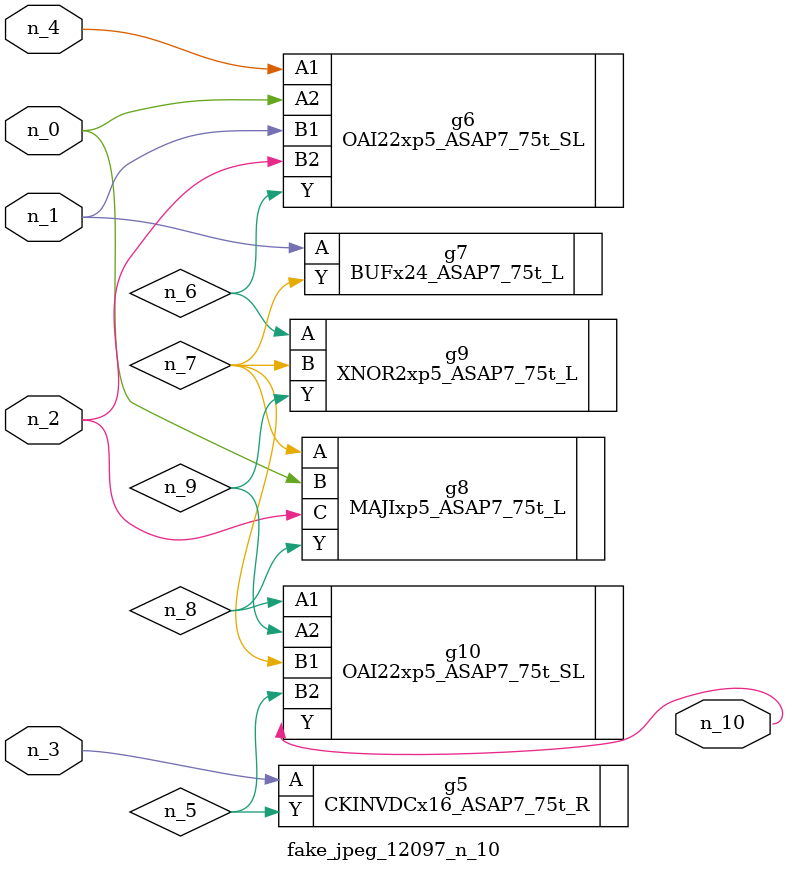
<source format=v>
module fake_jpeg_12097_n_10 (n_3, n_2, n_1, n_0, n_4, n_10);

input n_3;
input n_2;
input n_1;
input n_0;
input n_4;

output n_10;

wire n_8;
wire n_9;
wire n_6;
wire n_5;
wire n_7;

CKINVDCx16_ASAP7_75t_R g5 ( 
.A(n_3),
.Y(n_5)
);

OAI22xp5_ASAP7_75t_SL g6 ( 
.A1(n_4),
.A2(n_0),
.B1(n_1),
.B2(n_2),
.Y(n_6)
);

BUFx24_ASAP7_75t_L g7 ( 
.A(n_1),
.Y(n_7)
);

MAJIxp5_ASAP7_75t_L g8 ( 
.A(n_7),
.B(n_0),
.C(n_2),
.Y(n_8)
);

OAI22xp5_ASAP7_75t_SL g10 ( 
.A1(n_8),
.A2(n_9),
.B1(n_7),
.B2(n_5),
.Y(n_10)
);

XNOR2xp5_ASAP7_75t_L g9 ( 
.A(n_6),
.B(n_7),
.Y(n_9)
);


endmodule
</source>
